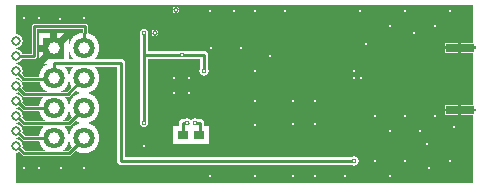
<source format=gbr>
%FSLAX34Y34*%
%MOMM*%
%LNCOPPER_BOTTOM*%
G71*
G01*
%ADD10C, 2.60*%
%ADD11C, 0.40*%
%ADD12C, 0.65*%
%ADD13C, 0.60*%
%ADD14C, 0.80*%
%ADD15R, 1.70X1.60*%
%ADD16C, 1.20*%
%ADD17C, 0.45*%
%ADD18R, 2.60X0.85*%
%ADD19C, 0.60*%
%ADD20C, 0.13*%
%ADD21C, 0.13*%
%ADD22C, 0.22*%
%ADD23C, 1.80*%
%ADD24C, 0.25*%
%ADD25R, 0.90X0.80*%
%ADD26C, 0.80*%
%ADD27R, 2.40X0.65*%
%ADD28C, 1.00*%
%ADD29C, 0.20*%
%ADD30C, 0.50*%
%LPD*%
G36*
X0Y0D02*
X387000Y0D01*
X387000Y-150000D01*
X0Y-150000D01*
X0Y0D01*
G37*
%LPC*%
G36*
X18940Y-23350D02*
X44940Y-23350D01*
X44940Y-49350D01*
X18940Y-49350D01*
X18940Y-23350D01*
G37*
X57340Y-36350D02*
G54D10*
D03*
X31940Y-61750D02*
G54D10*
D03*
X57340Y-61750D02*
G54D10*
D03*
X31940Y-87150D02*
G54D10*
D03*
X57340Y-87150D02*
G54D10*
D03*
X31940Y-112550D02*
G54D10*
D03*
X57340Y-112550D02*
G54D10*
D03*
X38290Y-137950D02*
G54D11*
D03*
G54D12*
X108155Y-23660D02*
X108146Y-99853D01*
X108140Y-99850D02*
G54D13*
D03*
X108140Y-23650D02*
G54D13*
D03*
G54D12*
X140706Y-42061D02*
X108083Y-42163D01*
X140423Y-41679D02*
G54D13*
D03*
X135330Y-3500D02*
G54D13*
D03*
X133540Y-61750D02*
G54D11*
D03*
X146240Y-61750D02*
G54D11*
D03*
X133540Y-74450D02*
G54D11*
D03*
X146240Y-74450D02*
G54D11*
D03*
X117700Y-23670D02*
G54D13*
D03*
X57340Y-137950D02*
G54D11*
D03*
X57340Y-10950D02*
G54D11*
D03*
X144864Y-99849D02*
G54D14*
D03*
X151156Y-99920D02*
G54D14*
D03*
X154508Y-109770D02*
G54D15*
D03*
X141440Y-109766D02*
G54D15*
D03*
G54D12*
X145491Y-99855D02*
X141072Y-99855D01*
X141073Y-108639D01*
G54D12*
X150414Y-99748D02*
X155282Y-99748D01*
X155282Y-109914D01*
G54D12*
X140676Y-42049D02*
X158950Y-42049D01*
X158928Y-55410D01*
X158940Y-55400D02*
G54D14*
D03*
X165290Y-36350D02*
G54D11*
D03*
X202412Y-81125D02*
G54D11*
D03*
X202412Y-101155D02*
G54D11*
D03*
X202412Y-55725D02*
G54D11*
D03*
X291312Y-4925D02*
G54D11*
D03*
X202412Y-4925D02*
G54D11*
D03*
X164312Y-4925D02*
G54D11*
D03*
X202412Y-144625D02*
G54D11*
D03*
X164312Y-144625D02*
G54D11*
D03*
X108195Y-119225D02*
G54D11*
D03*
X285940Y-55400D02*
G54D11*
D03*
X285940Y-61750D02*
G54D11*
D03*
X292290Y-61750D02*
G54D11*
D03*
X253212Y-81125D02*
G54D11*
D03*
X234162Y-81125D02*
G54D11*
D03*
X234162Y-100175D02*
G54D11*
D03*
X253212Y-100175D02*
G54D11*
D03*
X285940Y-131600D02*
G54D14*
D03*
G54D12*
X285997Y-131644D02*
X89134Y-131644D01*
X89090Y-131600D01*
X89090Y-49050D01*
X31940Y-49050D01*
X31940Y-61750D01*
X215112Y-43025D02*
G54D11*
D03*
X227812Y-4925D02*
G54D11*
D03*
X316712Y-17625D02*
G54D11*
D03*
X354812Y-17625D02*
G54D11*
D03*
X329412Y-4925D02*
G54D11*
D03*
X367512Y-4925D02*
G54D11*
D03*
X329412Y-93825D02*
G54D11*
D03*
X370714Y-103234D02*
G54D11*
D03*
X354812Y-93825D02*
G54D11*
D03*
X316712Y-144625D02*
G54D11*
D03*
X316712Y-106525D02*
G54D11*
D03*
X347662Y-117253D02*
G54D11*
D03*
X342112Y-106525D02*
G54D11*
D03*
X367512Y-131925D02*
G54D11*
D03*
X329412Y-131925D02*
G54D11*
D03*
X253212Y-144625D02*
G54D11*
D03*
X234162Y-144625D02*
G54D11*
D03*
X278612Y-144625D02*
G54D11*
D03*
X304012Y-131925D02*
G54D11*
D03*
X304012Y-93825D02*
G54D11*
D03*
X190Y-30000D02*
G54D16*
D03*
X190Y-42700D02*
G54D16*
D03*
X190Y-55400D02*
G54D16*
D03*
X190Y-68100D02*
G54D16*
D03*
X190Y-80800D02*
G54D16*
D03*
X190Y-93500D02*
G54D16*
D03*
X190Y-106200D02*
G54D16*
D03*
X190Y-118900D02*
G54D16*
D03*
G54D17*
X57811Y-29276D02*
X57888Y-17152D01*
X15151Y-17139D01*
X15172Y-42700D01*
X190Y-42700D01*
G54D17*
X32129Y-62069D02*
X6057Y-62069D01*
X373Y-56386D01*
G54D17*
X52574Y-66071D02*
X43972Y-74675D01*
X6851Y-74693D01*
X909Y-68754D01*
G54D17*
X24765Y-86739D02*
X6425Y-86739D01*
X909Y-81224D01*
G54D17*
X51914Y-92576D02*
X44640Y-99850D01*
X6540Y-99850D01*
X190Y-93500D01*
G54D17*
X190Y-106200D02*
X6540Y-112550D01*
X31940Y-112550D01*
G54D17*
X190Y-118900D02*
X6540Y-125250D01*
X44640Y-125250D01*
X57340Y-112550D01*
X375490Y-35750D02*
G54D18*
D03*
X375490Y-88730D02*
G54D18*
D03*
X37146Y-11552D02*
G54D11*
D03*
X19240Y-137950D02*
G54D11*
D03*
X19240Y-10950D02*
G54D11*
D03*
X349440Y-137950D02*
G54D11*
D03*
X336740Y-23650D02*
G54D11*
D03*
X6540Y-10950D02*
G54D11*
D03*
X6540Y-137950D02*
G54D11*
D03*
X184340Y-4600D02*
G54D11*
D03*
X190690Y-36350D02*
G54D11*
D03*
X296316Y-32632D02*
G54D11*
D03*
%LPD*%
G54D19*
G36*
X28940Y-36350D02*
X28940Y-22850D01*
X34940Y-22850D01*
X34940Y-36350D01*
X28940Y-36350D01*
G37*
G36*
X29819Y-34229D02*
X43172Y-20875D01*
X47415Y-25118D01*
X34061Y-38471D01*
X29819Y-34229D01*
G37*
G36*
X34061Y-38471D02*
X20708Y-51825D01*
X16465Y-47582D01*
X29819Y-34229D01*
X34061Y-38471D01*
G37*
G36*
X31940Y-39350D02*
X18440Y-39350D01*
X18440Y-33350D01*
X31940Y-33350D01*
X31940Y-39350D01*
G37*
G54D20*
G36*
X134663Y-3500D02*
X134663Y0D01*
X135997Y0D01*
X135997Y-3500D01*
X134663Y-3500D01*
G37*
G36*
X135330Y-2833D02*
X138830Y-2833D01*
X138830Y-4167D01*
X135330Y-4167D01*
X135330Y-2833D01*
G37*
G36*
X135997Y-3500D02*
X135997Y-7000D01*
X134663Y-7000D01*
X134663Y-3500D01*
X135997Y-3500D01*
G37*
G36*
X135330Y-4167D02*
X131830Y-4167D01*
X131830Y-2833D01*
X135330Y-2833D01*
X135330Y-4167D01*
G37*
G54D20*
G36*
X117033Y-23670D02*
X117033Y-20170D01*
X118367Y-20170D01*
X118367Y-23670D01*
X117033Y-23670D01*
G37*
G36*
X117700Y-23003D02*
X121200Y-23003D01*
X121200Y-24337D01*
X117700Y-24337D01*
X117700Y-23003D01*
G37*
G36*
X118367Y-23670D02*
X118367Y-27170D01*
X117033Y-27170D01*
X117033Y-23670D01*
X118367Y-23670D01*
G37*
G36*
X117700Y-24337D02*
X114200Y-24337D01*
X114200Y-23003D01*
X117700Y-23003D01*
X117700Y-24337D01*
G37*
G54D21*
G36*
X56680Y-10950D02*
X56680Y-8450D01*
X58000Y-8450D01*
X58000Y-10950D01*
X56680Y-10950D01*
G37*
G36*
X56873Y-10483D02*
X58641Y-8716D01*
X59574Y-9649D01*
X57807Y-11417D01*
X56873Y-10483D01*
G37*
G36*
X57340Y-10290D02*
X59840Y-10290D01*
X59840Y-11610D01*
X57340Y-11610D01*
X57340Y-10290D01*
G37*
G36*
X57807Y-10483D02*
X59574Y-12251D01*
X58641Y-13184D01*
X56873Y-11417D01*
X57807Y-10483D01*
G37*
G36*
X58000Y-10950D02*
X58000Y-13450D01*
X56680Y-13450D01*
X56680Y-10950D01*
X58000Y-10950D01*
G37*
G36*
X57807Y-11417D02*
X56039Y-13184D01*
X55106Y-12251D01*
X56873Y-10483D01*
X57807Y-11417D01*
G37*
G36*
X57340Y-11610D02*
X54840Y-11610D01*
X54840Y-10290D01*
X57340Y-10290D01*
X57340Y-11610D01*
G37*
G36*
X56873Y-11417D02*
X55106Y-9649D01*
X56039Y-8716D01*
X57807Y-10483D01*
X56873Y-11417D01*
G37*
G54D21*
G36*
X164630Y-36350D02*
X164630Y-33850D01*
X165950Y-33850D01*
X165950Y-36350D01*
X164630Y-36350D01*
G37*
G36*
X165290Y-35690D02*
X167790Y-35690D01*
X167790Y-37010D01*
X165290Y-37010D01*
X165290Y-35690D01*
G37*
G36*
X165950Y-36350D02*
X165950Y-38850D01*
X164630Y-38850D01*
X164630Y-36350D01*
X165950Y-36350D01*
G37*
G36*
X165290Y-37010D02*
X162790Y-37010D01*
X162790Y-35690D01*
X165290Y-35690D01*
X165290Y-37010D01*
G37*
G54D21*
G36*
X163652Y-4925D02*
X163652Y-2425D01*
X164972Y-2425D01*
X164972Y-4925D01*
X163652Y-4925D01*
G37*
G36*
X164312Y-4265D02*
X166812Y-4265D01*
X166812Y-5585D01*
X164312Y-5585D01*
X164312Y-4265D01*
G37*
G36*
X164972Y-4925D02*
X164972Y-7425D01*
X163652Y-7425D01*
X163652Y-4925D01*
X164972Y-4925D01*
G37*
G36*
X164312Y-5585D02*
X161812Y-5585D01*
X161812Y-4265D01*
X164312Y-4265D01*
X164312Y-5585D01*
G37*
G54D22*
G36*
X374406Y-35750D02*
X374406Y-31000D01*
X376574Y-31000D01*
X376574Y-35750D01*
X374406Y-35750D01*
G37*
G36*
X375490Y-34666D02*
X388990Y-34666D01*
X388990Y-36834D01*
X375490Y-36834D01*
X375490Y-34666D01*
G37*
G36*
X376574Y-35750D02*
X376574Y-40500D01*
X374406Y-40500D01*
X374406Y-35750D01*
X376574Y-35750D01*
G37*
G36*
X375490Y-36834D02*
X361990Y-36834D01*
X361990Y-34666D01*
X375490Y-34666D01*
X375490Y-36834D01*
G37*
G54D22*
G36*
X374406Y-88730D02*
X374406Y-83980D01*
X376574Y-83980D01*
X376574Y-88730D01*
X374406Y-88730D01*
G37*
G36*
X375490Y-87646D02*
X388990Y-87646D01*
X388990Y-89814D01*
X375490Y-89814D01*
X375490Y-87646D01*
G37*
G36*
X376574Y-88730D02*
X376574Y-93480D01*
X374406Y-93480D01*
X374406Y-88730D01*
X376574Y-88730D01*
G37*
G36*
X375490Y-89814D02*
X361990Y-89814D01*
X361990Y-87646D01*
X375490Y-87646D01*
X375490Y-89814D01*
G37*
G54D21*
G36*
X36486Y-11552D02*
X36486Y-9052D01*
X37806Y-9052D01*
X37806Y-11552D01*
X36486Y-11552D01*
G37*
G36*
X36680Y-11085D02*
X38447Y-9317D01*
X39381Y-10251D01*
X37613Y-12018D01*
X36680Y-11085D01*
G37*
G36*
X37146Y-10892D02*
X39646Y-10892D01*
X39646Y-12212D01*
X37146Y-12212D01*
X37146Y-10892D01*
G37*
G36*
X37613Y-11085D02*
X39381Y-12853D01*
X38447Y-13786D01*
X36680Y-12018D01*
X37613Y-11085D01*
G37*
G36*
X37806Y-11552D02*
X37806Y-14052D01*
X36486Y-14052D01*
X36486Y-11552D01*
X37806Y-11552D01*
G37*
G36*
X37613Y-12018D02*
X35845Y-13786D01*
X34912Y-12853D01*
X36680Y-11085D01*
X37613Y-12018D01*
G37*
G36*
X37146Y-12212D02*
X34646Y-12212D01*
X34646Y-10892D01*
X37146Y-10892D01*
X37146Y-12212D01*
G37*
G36*
X36680Y-12018D02*
X34912Y-10251D01*
X35845Y-9317D01*
X37613Y-11085D01*
X36680Y-12018D01*
G37*
G54D21*
G36*
X18580Y-137950D02*
X18580Y-135450D01*
X19900Y-135450D01*
X19900Y-137950D01*
X18580Y-137950D01*
G37*
G36*
X18773Y-137483D02*
X20541Y-135716D01*
X21474Y-136649D01*
X19707Y-138417D01*
X18773Y-137483D01*
G37*
G36*
X19240Y-137290D02*
X21740Y-137290D01*
X21740Y-138610D01*
X19240Y-138610D01*
X19240Y-137290D01*
G37*
G36*
X19707Y-137483D02*
X21474Y-139251D01*
X20541Y-140184D01*
X18773Y-138417D01*
X19707Y-137483D01*
G37*
G36*
X19900Y-137950D02*
X19900Y-140450D01*
X18580Y-140450D01*
X18580Y-137950D01*
X19900Y-137950D01*
G37*
G36*
X19707Y-138417D02*
X17939Y-140184D01*
X17006Y-139251D01*
X18773Y-137483D01*
X19707Y-138417D01*
G37*
G36*
X19240Y-138610D02*
X16740Y-138610D01*
X16740Y-137290D01*
X19240Y-137290D01*
X19240Y-138610D01*
G37*
G36*
X18773Y-138417D02*
X17006Y-136649D01*
X17939Y-135716D01*
X19707Y-137483D01*
X18773Y-138417D01*
G37*
G54D21*
G36*
X18580Y-10950D02*
X18580Y-8450D01*
X19900Y-8450D01*
X19900Y-10950D01*
X18580Y-10950D01*
G37*
G36*
X18773Y-10483D02*
X20541Y-8716D01*
X21474Y-9649D01*
X19707Y-11417D01*
X18773Y-10483D01*
G37*
G36*
X19240Y-10290D02*
X21740Y-10290D01*
X21740Y-11610D01*
X19240Y-11610D01*
X19240Y-10290D01*
G37*
G36*
X19707Y-10483D02*
X21474Y-12251D01*
X20541Y-13184D01*
X18773Y-11417D01*
X19707Y-10483D01*
G37*
G36*
X19900Y-10950D02*
X19900Y-13450D01*
X18580Y-13450D01*
X18580Y-10950D01*
X19900Y-10950D01*
G37*
G36*
X19707Y-11417D02*
X17939Y-13184D01*
X17006Y-12251D01*
X18773Y-10483D01*
X19707Y-11417D01*
G37*
G36*
X19240Y-11610D02*
X16740Y-11610D01*
X16740Y-10290D01*
X19240Y-10290D01*
X19240Y-11610D01*
G37*
G36*
X18773Y-11417D02*
X17006Y-9649D01*
X17939Y-8716D01*
X19707Y-10483D01*
X18773Y-11417D01*
G37*
G54D21*
G36*
X348780Y-137950D02*
X348780Y-135450D01*
X350100Y-135450D01*
X350100Y-137950D01*
X348780Y-137950D01*
G37*
G36*
X348973Y-137483D02*
X350741Y-135716D01*
X351674Y-136649D01*
X349907Y-138417D01*
X348973Y-137483D01*
G37*
G36*
X349440Y-137290D02*
X351940Y-137290D01*
X351940Y-138610D01*
X349440Y-138610D01*
X349440Y-137290D01*
G37*
G36*
X349907Y-137483D02*
X351674Y-139251D01*
X350741Y-140184D01*
X348973Y-138417D01*
X349907Y-137483D01*
G37*
G36*
X350100Y-137950D02*
X350100Y-140450D01*
X348780Y-140450D01*
X348780Y-137950D01*
X350100Y-137950D01*
G37*
G36*
X349907Y-138417D02*
X348139Y-140184D01*
X347206Y-139251D01*
X348973Y-137483D01*
X349907Y-138417D01*
G37*
G36*
X349440Y-138610D02*
X346940Y-138610D01*
X346940Y-137290D01*
X349440Y-137290D01*
X349440Y-138610D01*
G37*
G36*
X348973Y-138417D02*
X347206Y-136649D01*
X348139Y-135716D01*
X349907Y-137483D01*
X348973Y-138417D01*
G37*
G54D21*
G36*
X336080Y-23650D02*
X336080Y-21150D01*
X337400Y-21150D01*
X337400Y-23650D01*
X336080Y-23650D01*
G37*
G36*
X336273Y-23183D02*
X338041Y-21416D01*
X338974Y-22349D01*
X337207Y-24117D01*
X336273Y-23183D01*
G37*
G36*
X336740Y-22990D02*
X339240Y-22990D01*
X339240Y-24310D01*
X336740Y-24310D01*
X336740Y-22990D01*
G37*
G36*
X337207Y-23183D02*
X338974Y-24951D01*
X338041Y-25884D01*
X336273Y-24117D01*
X337207Y-23183D01*
G37*
G36*
X337400Y-23650D02*
X337400Y-26150D01*
X336080Y-26150D01*
X336080Y-23650D01*
X337400Y-23650D01*
G37*
G36*
X337207Y-24117D02*
X335439Y-25884D01*
X334506Y-24951D01*
X336273Y-23183D01*
X337207Y-24117D01*
G37*
G36*
X336740Y-24310D02*
X334240Y-24310D01*
X334240Y-22990D01*
X336740Y-22990D01*
X336740Y-24310D01*
G37*
G36*
X336273Y-24117D02*
X334506Y-22349D01*
X335439Y-21416D01*
X337207Y-23183D01*
X336273Y-24117D01*
G37*
G54D21*
G36*
X5880Y-10950D02*
X5880Y-8450D01*
X7200Y-8450D01*
X7200Y-10950D01*
X5880Y-10950D01*
G37*
G36*
X6073Y-10483D02*
X7841Y-8716D01*
X8774Y-9649D01*
X7007Y-11417D01*
X6073Y-10483D01*
G37*
G36*
X6540Y-10290D02*
X9040Y-10290D01*
X9040Y-11610D01*
X6540Y-11610D01*
X6540Y-10290D01*
G37*
G36*
X7007Y-10483D02*
X8774Y-12251D01*
X7841Y-13184D01*
X6073Y-11417D01*
X7007Y-10483D01*
G37*
G36*
X7200Y-10950D02*
X7200Y-13450D01*
X5880Y-13450D01*
X5880Y-10950D01*
X7200Y-10950D01*
G37*
G36*
X7007Y-11417D02*
X5239Y-13184D01*
X4306Y-12251D01*
X6073Y-10483D01*
X7007Y-11417D01*
G37*
G36*
X6540Y-11610D02*
X4040Y-11610D01*
X4040Y-10290D01*
X6540Y-10290D01*
X6540Y-11610D01*
G37*
G36*
X6073Y-11417D02*
X4306Y-9649D01*
X5239Y-8716D01*
X7007Y-10483D01*
X6073Y-11417D01*
G37*
G54D21*
G36*
X5880Y-137950D02*
X5880Y-135450D01*
X7200Y-135450D01*
X7200Y-137950D01*
X5880Y-137950D01*
G37*
G36*
X6073Y-137483D02*
X7841Y-135716D01*
X8774Y-136649D01*
X7007Y-138417D01*
X6073Y-137483D01*
G37*
G36*
X6540Y-137290D02*
X9040Y-137290D01*
X9040Y-138610D01*
X6540Y-138610D01*
X6540Y-137290D01*
G37*
G36*
X7007Y-137483D02*
X8774Y-139251D01*
X7841Y-140184D01*
X6073Y-138417D01*
X7007Y-137483D01*
G37*
G36*
X7200Y-137950D02*
X7200Y-140450D01*
X5880Y-140450D01*
X5880Y-137950D01*
X7200Y-137950D01*
G37*
G36*
X7007Y-138417D02*
X5239Y-140184D01*
X4306Y-139251D01*
X6073Y-137483D01*
X7007Y-138417D01*
G37*
G36*
X6540Y-138610D02*
X4040Y-138610D01*
X4040Y-137290D01*
X6540Y-137290D01*
X6540Y-138610D01*
G37*
G36*
X6073Y-138417D02*
X4306Y-136649D01*
X5239Y-135716D01*
X7007Y-137483D01*
X6073Y-138417D01*
G37*
G54D21*
G36*
X183680Y-4600D02*
X183680Y-2100D01*
X185000Y-2100D01*
X185000Y-4600D01*
X183680Y-4600D01*
G37*
G36*
X183873Y-4133D02*
X185641Y-2366D01*
X186574Y-3299D01*
X184807Y-5067D01*
X183873Y-4133D01*
G37*
G36*
X184340Y-3940D02*
X186840Y-3940D01*
X186840Y-5260D01*
X184340Y-5260D01*
X184340Y-3940D01*
G37*
G36*
X184807Y-4133D02*
X186574Y-5901D01*
X185641Y-6834D01*
X183873Y-5067D01*
X184807Y-4133D01*
G37*
G36*
X185000Y-4600D02*
X185000Y-7100D01*
X183680Y-7100D01*
X183680Y-4600D01*
X185000Y-4600D01*
G37*
G36*
X184807Y-5067D02*
X183039Y-6834D01*
X182106Y-5901D01*
X183873Y-4133D01*
X184807Y-5067D01*
G37*
G36*
X184340Y-5260D02*
X181840Y-5260D01*
X181840Y-3940D01*
X184340Y-3940D01*
X184340Y-5260D01*
G37*
G36*
X183873Y-5067D02*
X182106Y-3299D01*
X183039Y-2366D01*
X184807Y-4133D01*
X183873Y-5067D01*
G37*
G54D21*
G36*
X190030Y-36350D02*
X190030Y-33850D01*
X191350Y-33850D01*
X191350Y-36350D01*
X190030Y-36350D01*
G37*
G36*
X190223Y-35883D02*
X191991Y-34116D01*
X192924Y-35049D01*
X191157Y-36817D01*
X190223Y-35883D01*
G37*
G36*
X190690Y-35690D02*
X193190Y-35690D01*
X193190Y-37010D01*
X190690Y-37010D01*
X190690Y-35690D01*
G37*
G36*
X191157Y-35883D02*
X192924Y-37651D01*
X191991Y-38584D01*
X190223Y-36817D01*
X191157Y-35883D01*
G37*
G36*
X191350Y-36350D02*
X191350Y-38850D01*
X190030Y-38850D01*
X190030Y-36350D01*
X191350Y-36350D01*
G37*
G36*
X191157Y-36817D02*
X189389Y-38584D01*
X188456Y-37651D01*
X190223Y-35883D01*
X191157Y-36817D01*
G37*
G36*
X190690Y-37010D02*
X188190Y-37010D01*
X188190Y-35690D01*
X190690Y-35690D01*
X190690Y-37010D01*
G37*
G36*
X190223Y-36817D02*
X188456Y-35049D01*
X189389Y-34116D01*
X191157Y-35883D01*
X190223Y-36817D01*
G37*
G54D21*
G36*
X295656Y-32632D02*
X295656Y-30132D01*
X296976Y-30132D01*
X296976Y-32632D01*
X295656Y-32632D01*
G37*
G36*
X295849Y-32165D02*
X297617Y-30397D01*
X298550Y-31330D01*
X296782Y-33098D01*
X295849Y-32165D01*
G37*
G36*
X296316Y-31972D02*
X298816Y-31972D01*
X298816Y-33292D01*
X296316Y-33292D01*
X296316Y-31972D01*
G37*
G36*
X296782Y-32165D02*
X298550Y-33933D01*
X297617Y-34866D01*
X295849Y-33098D01*
X296782Y-32165D01*
G37*
G36*
X296976Y-32632D02*
X296976Y-35132D01*
X295656Y-35132D01*
X295656Y-32632D01*
X296976Y-32632D01*
G37*
G36*
X296782Y-33098D02*
X295015Y-34866D01*
X294081Y-33933D01*
X295849Y-32165D01*
X296782Y-33098D01*
G37*
G36*
X296316Y-33292D02*
X293816Y-33292D01*
X293816Y-31972D01*
X296316Y-31972D01*
X296316Y-33292D01*
G37*
G36*
X295849Y-33098D02*
X294081Y-31330D01*
X295015Y-30397D01*
X296782Y-32165D01*
X295849Y-33098D01*
G37*
G36*
X22940Y-27350D02*
X40940Y-27350D01*
X40940Y-45350D01*
X22940Y-45350D01*
X22940Y-27350D01*
G37*
X57340Y-36350D02*
G54D23*
D03*
X31940Y-61750D02*
G54D23*
D03*
X57340Y-61750D02*
G54D23*
D03*
X31940Y-87150D02*
G54D23*
D03*
X57340Y-87150D02*
G54D23*
D03*
X31940Y-112550D02*
G54D23*
D03*
X57340Y-112550D02*
G54D23*
D03*
X38290Y-137950D02*
G54D11*
D03*
G54D24*
X108155Y-23660D02*
X108146Y-99853D01*
X108140Y-99850D02*
G54D11*
D03*
X108140Y-23650D02*
G54D11*
D03*
G54D24*
X140706Y-42061D02*
X108083Y-42163D01*
X140423Y-41679D02*
G54D11*
D03*
X135330Y-3500D02*
G54D11*
D03*
X133540Y-61750D02*
G54D11*
D03*
X146240Y-61750D02*
G54D11*
D03*
X133540Y-74450D02*
G54D11*
D03*
X146240Y-74450D02*
G54D11*
D03*
X117700Y-23670D02*
G54D11*
D03*
X57340Y-137950D02*
G54D11*
D03*
X57340Y-10950D02*
G54D11*
D03*
X144864Y-99849D02*
G54D11*
D03*
X151156Y-99920D02*
G54D11*
D03*
X154508Y-109770D02*
G54D25*
D03*
X141440Y-109766D02*
G54D25*
D03*
G54D24*
X145491Y-99855D02*
X141072Y-99855D01*
X141073Y-108639D01*
G54D24*
X150414Y-99748D02*
X155282Y-99748D01*
X155282Y-109914D01*
G54D24*
X140676Y-42049D02*
X158950Y-42049D01*
X158928Y-55410D01*
X158940Y-55400D02*
G54D11*
D03*
X165290Y-36350D02*
G54D11*
D03*
X202412Y-81125D02*
G54D11*
D03*
X202412Y-101155D02*
G54D11*
D03*
X202412Y-55725D02*
G54D11*
D03*
X291312Y-4925D02*
G54D11*
D03*
X202412Y-4925D02*
G54D11*
D03*
X164312Y-4925D02*
G54D11*
D03*
X202412Y-144625D02*
G54D11*
D03*
X164312Y-144625D02*
G54D11*
D03*
X108195Y-119225D02*
G54D11*
D03*
X285940Y-55400D02*
G54D11*
D03*
X285940Y-61750D02*
G54D11*
D03*
X292290Y-61750D02*
G54D11*
D03*
X253212Y-81125D02*
G54D11*
D03*
X234162Y-81125D02*
G54D11*
D03*
X234162Y-100175D02*
G54D11*
D03*
X253212Y-100175D02*
G54D11*
D03*
X285940Y-131600D02*
G54D11*
D03*
G54D24*
X285997Y-131644D02*
X89134Y-131644D01*
X89090Y-131600D01*
X89090Y-49050D01*
X31940Y-49050D01*
X31940Y-61750D01*
X215112Y-43025D02*
G54D11*
D03*
X227812Y-4925D02*
G54D11*
D03*
X316712Y-17625D02*
G54D11*
D03*
X354812Y-17625D02*
G54D11*
D03*
X329412Y-4925D02*
G54D11*
D03*
X367512Y-4925D02*
G54D11*
D03*
X329412Y-93825D02*
G54D11*
D03*
X370714Y-103234D02*
G54D11*
D03*
X354812Y-93825D02*
G54D11*
D03*
X316712Y-144625D02*
G54D11*
D03*
X316712Y-106525D02*
G54D11*
D03*
X347662Y-117253D02*
G54D11*
D03*
X342112Y-106525D02*
G54D11*
D03*
X367512Y-131925D02*
G54D11*
D03*
X329412Y-131925D02*
G54D11*
D03*
X253212Y-144625D02*
G54D11*
D03*
X234162Y-144625D02*
G54D11*
D03*
X278612Y-144625D02*
G54D11*
D03*
X304012Y-131925D02*
G54D11*
D03*
X304012Y-93825D02*
G54D11*
D03*
X190Y-30000D02*
G54D26*
D03*
X190Y-42700D02*
G54D26*
D03*
X190Y-55400D02*
G54D26*
D03*
X190Y-68100D02*
G54D26*
D03*
X190Y-80800D02*
G54D26*
D03*
X190Y-93500D02*
G54D26*
D03*
X190Y-106200D02*
G54D26*
D03*
X190Y-118900D02*
G54D26*
D03*
G54D24*
X57811Y-29276D02*
X57888Y-17152D01*
X15151Y-17139D01*
X15172Y-42700D01*
X190Y-42700D01*
G54D24*
X32129Y-62069D02*
X6057Y-62069D01*
X373Y-56386D01*
G54D24*
X52574Y-66071D02*
X43972Y-74675D01*
X6851Y-74693D01*
X909Y-68754D01*
G54D24*
X24765Y-86739D02*
X6425Y-86739D01*
X909Y-81224D01*
G54D24*
X51914Y-92576D02*
X44640Y-99850D01*
X6540Y-99850D01*
X190Y-93500D01*
G54D24*
X190Y-106200D02*
X6540Y-112550D01*
X31940Y-112550D01*
G54D24*
X190Y-118900D02*
X6540Y-125250D01*
X44640Y-125250D01*
X57340Y-112550D01*
X375490Y-35750D02*
G54D27*
D03*
X375490Y-88730D02*
G54D27*
D03*
X37146Y-11552D02*
G54D11*
D03*
X19240Y-137950D02*
G54D11*
D03*
X19240Y-10950D02*
G54D11*
D03*
X349440Y-137950D02*
G54D11*
D03*
X336740Y-23650D02*
G54D11*
D03*
X6540Y-10950D02*
G54D11*
D03*
X6540Y-137950D02*
G54D11*
D03*
X184340Y-4600D02*
G54D11*
D03*
X190690Y-36350D02*
G54D11*
D03*
X296316Y-32632D02*
G54D11*
D03*
%LNAUGENFREISTANZEN*%
%LPC*%
X31940Y-36350D02*
G54D28*
D03*
X57340Y-36350D02*
G54D28*
D03*
X31940Y-61750D02*
G54D28*
D03*
X57340Y-61750D02*
G54D28*
D03*
X31940Y-87150D02*
G54D28*
D03*
X57340Y-87150D02*
G54D28*
D03*
X31940Y-112550D02*
G54D28*
D03*
X57340Y-112550D02*
G54D28*
D03*
X38290Y-137950D02*
G54D29*
D03*
X108140Y-99850D02*
G54D29*
D03*
X108140Y-23650D02*
G54D29*
D03*
X140423Y-41679D02*
G54D29*
D03*
X135330Y-3500D02*
G54D29*
D03*
X133540Y-61750D02*
G54D29*
D03*
X146240Y-61750D02*
G54D29*
D03*
X133540Y-74450D02*
G54D29*
D03*
X146240Y-74450D02*
G54D29*
D03*
X117700Y-23670D02*
G54D29*
D03*
X57340Y-137950D02*
G54D29*
D03*
X57340Y-10950D02*
G54D29*
D03*
X144864Y-99849D02*
G54D29*
D03*
X151156Y-99920D02*
G54D29*
D03*
X158940Y-55400D02*
G54D29*
D03*
X165290Y-36350D02*
G54D29*
D03*
X202412Y-81125D02*
G54D29*
D03*
X202412Y-101155D02*
G54D29*
D03*
X202412Y-55725D02*
G54D29*
D03*
X291312Y-4925D02*
G54D29*
D03*
X202412Y-4925D02*
G54D29*
D03*
X164312Y-4925D02*
G54D29*
D03*
X202412Y-144625D02*
G54D29*
D03*
X164312Y-144625D02*
G54D29*
D03*
X108195Y-119225D02*
G54D29*
D03*
X285940Y-55400D02*
G54D29*
D03*
X285940Y-61750D02*
G54D29*
D03*
X292290Y-61750D02*
G54D29*
D03*
X253212Y-81125D02*
G54D29*
D03*
X234162Y-81125D02*
G54D29*
D03*
X234162Y-100175D02*
G54D29*
D03*
X253212Y-100175D02*
G54D29*
D03*
X285940Y-131600D02*
G54D29*
D03*
X215112Y-43025D02*
G54D29*
D03*
X227812Y-4925D02*
G54D29*
D03*
X316712Y-17625D02*
G54D29*
D03*
X354812Y-17625D02*
G54D29*
D03*
X329412Y-4925D02*
G54D29*
D03*
X367512Y-4925D02*
G54D29*
D03*
X329412Y-93825D02*
G54D29*
D03*
X370714Y-103234D02*
G54D29*
D03*
X354812Y-93825D02*
G54D29*
D03*
X316712Y-144625D02*
G54D29*
D03*
X316712Y-106525D02*
G54D29*
D03*
X347662Y-117253D02*
G54D29*
D03*
X342112Y-106525D02*
G54D29*
D03*
X367512Y-131925D02*
G54D29*
D03*
X329412Y-131925D02*
G54D29*
D03*
X253212Y-144625D02*
G54D29*
D03*
X234162Y-144625D02*
G54D29*
D03*
X278612Y-144625D02*
G54D29*
D03*
X304012Y-131925D02*
G54D29*
D03*
X304012Y-93825D02*
G54D29*
D03*
X190Y-30000D02*
G54D30*
D03*
X190Y-42700D02*
G54D30*
D03*
X190Y-55400D02*
G54D30*
D03*
X190Y-68100D02*
G54D30*
D03*
X190Y-80800D02*
G54D30*
D03*
X190Y-93500D02*
G54D30*
D03*
X190Y-106200D02*
G54D30*
D03*
X190Y-118900D02*
G54D30*
D03*
X37146Y-11552D02*
G54D29*
D03*
X19240Y-137950D02*
G54D29*
D03*
X19240Y-10950D02*
G54D29*
D03*
X349440Y-137950D02*
G54D29*
D03*
X336740Y-23650D02*
G54D29*
D03*
X6540Y-10950D02*
G54D29*
D03*
X6540Y-137950D02*
G54D29*
D03*
X184340Y-4600D02*
G54D29*
D03*
X190690Y-36350D02*
G54D29*
D03*
X296316Y-32632D02*
G54D29*
D03*
M02*

</source>
